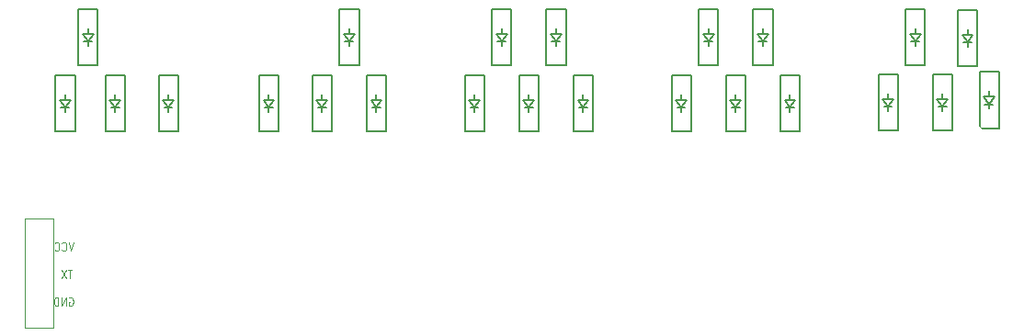
<source format=gbo>
G04 #@! TF.GenerationSoftware,KiCad,Pcbnew,(5.1.2)-2*
G04 #@! TF.CreationDate,2020-05-18T12:28:55+09:00*
G04 #@! TF.ProjectId,_5x4+3______Ver1.03,f3357834-2b33-4adf-9cdc-fcc95f566572,rev?*
G04 #@! TF.SameCoordinates,Original*
G04 #@! TF.FileFunction,Legend,Bot*
G04 #@! TF.FilePolarity,Positive*
%FSLAX46Y46*%
G04 Gerber Fmt 4.6, Leading zero omitted, Abs format (unit mm)*
G04 Created by KiCad (PCBNEW (5.1.2)-2) date 2020-05-18 12:28:55*
%MOMM*%
%LPD*%
G04 APERTURE LIST*
%ADD10C,0.125000*%
%ADD11C,0.120000*%
%ADD12C,0.200000*%
%ADD13C,0.150000*%
%ADD14R,1.800000X1.800000*%
%ADD15C,1.900000*%
%ADD16C,2.700000*%
%ADD17C,2.100000*%
%ADD18C,4.200000*%
%ADD19O,1.639000X2.000000*%
%ADD20O,2.000000X1.639000*%
%ADD21R,1.400000X1.400000*%
%ADD22C,1.800000*%
%ADD23C,2.400000*%
%ADD24C,1.400000*%
%ADD25O,2.500000X1.700000*%
%ADD26C,2.000000*%
G04 APERTURE END LIST*
D10*
X5693333Y41010714D02*
X5470000Y40260714D01*
X5246666Y41010714D01*
X4640476Y40332142D02*
X4672380Y40296428D01*
X4768095Y40260714D01*
X4831904Y40260714D01*
X4927619Y40296428D01*
X4991428Y40367857D01*
X5023333Y40439285D01*
X5055238Y40582142D01*
X5055238Y40689285D01*
X5023333Y40832142D01*
X4991428Y40903571D01*
X4927619Y40975000D01*
X4831904Y41010714D01*
X4768095Y41010714D01*
X4672380Y40975000D01*
X4640476Y40939285D01*
X3970476Y40332142D02*
X4002380Y40296428D01*
X4098095Y40260714D01*
X4161904Y40260714D01*
X4257619Y40296428D01*
X4321428Y40367857D01*
X4353333Y40439285D01*
X4385238Y40582142D01*
X4385238Y40689285D01*
X4353333Y40832142D01*
X4321428Y40903571D01*
X4257619Y40975000D01*
X4161904Y41010714D01*
X4098095Y41010714D01*
X4002380Y40975000D01*
X3970476Y40939285D01*
X5565714Y38470714D02*
X5182857Y38470714D01*
X5374285Y37720714D02*
X5374285Y38470714D01*
X5023333Y38470714D02*
X4576666Y37720714D01*
X4576666Y38470714D02*
X5023333Y37720714D01*
X5310476Y35895000D02*
X5374285Y35930714D01*
X5470000Y35930714D01*
X5565714Y35895000D01*
X5629523Y35823571D01*
X5661428Y35752142D01*
X5693333Y35609285D01*
X5693333Y35502142D01*
X5661428Y35359285D01*
X5629523Y35287857D01*
X5565714Y35216428D01*
X5470000Y35180714D01*
X5406190Y35180714D01*
X5310476Y35216428D01*
X5278571Y35252142D01*
X5278571Y35502142D01*
X5406190Y35502142D01*
X4991428Y35180714D02*
X4991428Y35930714D01*
X4608571Y35180714D01*
X4608571Y35930714D01*
X4289523Y35180714D02*
X4289523Y35930714D01*
X4130000Y35930714D01*
X4034285Y35895000D01*
X3970476Y35823571D01*
X3938571Y35752142D01*
X3906666Y35609285D01*
X3906666Y35502142D01*
X3938571Y35359285D01*
X3970476Y35287857D01*
X4034285Y35216428D01*
X4130000Y35180714D01*
X4289523Y35180714D01*
D11*
X1240000Y43220000D02*
X3840000Y43220000D01*
X1240000Y33180000D02*
X1240000Y43220000D01*
X3840000Y33180000D02*
X1240000Y33180000D01*
X3840000Y43220000D02*
X3840000Y33180000D01*
D12*
X90947500Y56750000D02*
X90947500Y51550000D01*
X90947500Y51550000D02*
X89147500Y51550000D01*
X89147500Y56750000D02*
X89147500Y51550000D01*
X90947500Y56750000D02*
X89147500Y56750000D01*
X90047500Y53750000D02*
X90547500Y54450000D01*
X90547500Y54450000D02*
X89547500Y54450000D01*
X89547500Y54450000D02*
X90047500Y53750000D01*
X90397500Y53750000D02*
X89647500Y53750000D01*
X90047500Y53850000D02*
X90047500Y53350000D01*
X90047500Y54450000D02*
X90047500Y54950000D01*
X88947500Y62450000D02*
X88947500Y57250000D01*
X88947500Y57250000D02*
X87147500Y57250000D01*
X87147500Y62450000D02*
X87147500Y57250000D01*
X88947500Y62450000D02*
X87147500Y62450000D01*
X88047500Y59450000D02*
X88547500Y60150000D01*
X88547500Y60150000D02*
X87547500Y60150000D01*
X87547500Y60150000D02*
X88047500Y59450000D01*
X88397500Y59450000D02*
X87647500Y59450000D01*
X88047500Y59550000D02*
X88047500Y59050000D01*
X88047500Y60150000D02*
X88047500Y60650000D01*
X84147500Y62550000D02*
X84147500Y57350000D01*
X84147500Y57350000D02*
X82347500Y57350000D01*
X82347500Y62550000D02*
X82347500Y57350000D01*
X84147500Y62550000D02*
X82347500Y62550000D01*
X83247500Y59550000D02*
X83747500Y60250000D01*
X83747500Y60250000D02*
X82747500Y60250000D01*
X82747500Y60250000D02*
X83247500Y59550000D01*
X83597500Y59550000D02*
X82847500Y59550000D01*
X83247500Y59650000D02*
X83247500Y59150000D01*
X83247500Y60250000D02*
X83247500Y60750000D01*
X86647500Y56550000D02*
X86647500Y51350000D01*
X86647500Y51350000D02*
X84847500Y51350000D01*
X84847500Y56550000D02*
X84847500Y51350000D01*
X86647500Y56550000D02*
X84847500Y56550000D01*
X85747500Y53550000D02*
X86247500Y54250000D01*
X86247500Y54250000D02*
X85247500Y54250000D01*
X85247500Y54250000D02*
X85747500Y53550000D01*
X86097500Y53550000D02*
X85347500Y53550000D01*
X85747500Y53650000D02*
X85747500Y53150000D01*
X85747500Y54250000D02*
X85747500Y54750000D01*
X81647500Y56550000D02*
X81647500Y51350000D01*
X81647500Y51350000D02*
X79847500Y51350000D01*
X79847500Y56550000D02*
X79847500Y51350000D01*
X81647500Y56550000D02*
X79847500Y56550000D01*
X80747500Y53550000D02*
X81247500Y54250000D01*
X81247500Y54250000D02*
X80247500Y54250000D01*
X80247500Y54250000D02*
X80747500Y53550000D01*
X81097500Y53550000D02*
X80347500Y53550000D01*
X80747500Y53650000D02*
X80747500Y53150000D01*
X80747500Y54250000D02*
X80747500Y54750000D01*
X70097500Y62550000D02*
X70097500Y57350000D01*
X70097500Y57350000D02*
X68297500Y57350000D01*
X68297500Y62550000D02*
X68297500Y57350000D01*
X70097500Y62550000D02*
X68297500Y62550000D01*
X69197500Y59550000D02*
X69697500Y60250000D01*
X69697500Y60250000D02*
X68697500Y60250000D01*
X68697500Y60250000D02*
X69197500Y59550000D01*
X69547500Y59550000D02*
X68797500Y59550000D01*
X69197500Y59650000D02*
X69197500Y59150000D01*
X69197500Y60250000D02*
X69197500Y60750000D01*
X65097500Y62550000D02*
X65097500Y57350000D01*
X65097500Y57350000D02*
X63297500Y57350000D01*
X63297500Y62550000D02*
X63297500Y57350000D01*
X65097500Y62550000D02*
X63297500Y62550000D01*
X64197500Y59550000D02*
X64697500Y60250000D01*
X64697500Y60250000D02*
X63697500Y60250000D01*
X63697500Y60250000D02*
X64197500Y59550000D01*
X64547500Y59550000D02*
X63797500Y59550000D01*
X64197500Y59650000D02*
X64197500Y59150000D01*
X64197500Y60250000D02*
X64197500Y60750000D01*
X72597500Y56450000D02*
X72597500Y51250000D01*
X72597500Y51250000D02*
X70797500Y51250000D01*
X70797500Y56450000D02*
X70797500Y51250000D01*
X72597500Y56450000D02*
X70797500Y56450000D01*
X71697500Y53450000D02*
X72197500Y54150000D01*
X72197500Y54150000D02*
X71197500Y54150000D01*
X71197500Y54150000D02*
X71697500Y53450000D01*
X72047500Y53450000D02*
X71297500Y53450000D01*
X71697500Y53550000D02*
X71697500Y53050000D01*
X71697500Y54150000D02*
X71697500Y54650000D01*
X67597500Y56450000D02*
X67597500Y51250000D01*
X67597500Y51250000D02*
X65797500Y51250000D01*
X65797500Y56450000D02*
X65797500Y51250000D01*
X67597500Y56450000D02*
X65797500Y56450000D01*
X66697500Y53450000D02*
X67197500Y54150000D01*
X67197500Y54150000D02*
X66197500Y54150000D01*
X66197500Y54150000D02*
X66697500Y53450000D01*
X67047500Y53450000D02*
X66297500Y53450000D01*
X66697500Y53550000D02*
X66697500Y53050000D01*
X66697500Y54150000D02*
X66697500Y54650000D01*
X62597500Y56450000D02*
X62597500Y51250000D01*
X62597500Y51250000D02*
X60797500Y51250000D01*
X60797500Y56450000D02*
X60797500Y51250000D01*
X62597500Y56450000D02*
X60797500Y56450000D01*
X61697500Y53450000D02*
X62197500Y54150000D01*
X62197500Y54150000D02*
X61197500Y54150000D01*
X61197500Y54150000D02*
X61697500Y53450000D01*
X62047500Y53450000D02*
X61297500Y53450000D01*
X61697500Y53550000D02*
X61697500Y53050000D01*
X61697500Y54150000D02*
X61697500Y54650000D01*
X51047500Y62550000D02*
X51047500Y57350000D01*
X51047500Y57350000D02*
X49247500Y57350000D01*
X49247500Y62550000D02*
X49247500Y57350000D01*
X51047500Y62550000D02*
X49247500Y62550000D01*
X50147500Y59550000D02*
X50647500Y60250000D01*
X50647500Y60250000D02*
X49647500Y60250000D01*
X49647500Y60250000D02*
X50147500Y59550000D01*
X50497500Y59550000D02*
X49747500Y59550000D01*
X50147500Y59650000D02*
X50147500Y59150000D01*
X50147500Y60250000D02*
X50147500Y60750000D01*
X46047500Y62550000D02*
X46047500Y57350000D01*
X46047500Y57350000D02*
X44247500Y57350000D01*
X44247500Y62550000D02*
X44247500Y57350000D01*
X46047500Y62550000D02*
X44247500Y62550000D01*
X45147500Y59550000D02*
X45647500Y60250000D01*
X45647500Y60250000D02*
X44647500Y60250000D01*
X44647500Y60250000D02*
X45147500Y59550000D01*
X45497500Y59550000D02*
X44747500Y59550000D01*
X45147500Y59650000D02*
X45147500Y59150000D01*
X45147500Y60250000D02*
X45147500Y60750000D01*
X53547500Y56450000D02*
X53547500Y51250000D01*
X53547500Y51250000D02*
X51747500Y51250000D01*
X51747500Y56450000D02*
X51747500Y51250000D01*
X53547500Y56450000D02*
X51747500Y56450000D01*
X52647500Y53450000D02*
X53147500Y54150000D01*
X53147500Y54150000D02*
X52147500Y54150000D01*
X52147500Y54150000D02*
X52647500Y53450000D01*
X52997500Y53450000D02*
X52247500Y53450000D01*
X52647500Y53550000D02*
X52647500Y53050000D01*
X52647500Y54150000D02*
X52647500Y54650000D01*
X48547500Y56450000D02*
X48547500Y51250000D01*
X48547500Y51250000D02*
X46747500Y51250000D01*
X46747500Y56450000D02*
X46747500Y51250000D01*
X48547500Y56450000D02*
X46747500Y56450000D01*
X47647500Y53450000D02*
X48147500Y54150000D01*
X48147500Y54150000D02*
X47147500Y54150000D01*
X47147500Y54150000D02*
X47647500Y53450000D01*
X47997500Y53450000D02*
X47247500Y53450000D01*
X47647500Y53550000D02*
X47647500Y53050000D01*
X47647500Y54150000D02*
X47647500Y54650000D01*
X43547500Y56450000D02*
X43547500Y51250000D01*
X43547500Y51250000D02*
X41747500Y51250000D01*
X41747500Y56450000D02*
X41747500Y51250000D01*
X43547500Y56450000D02*
X41747500Y56450000D01*
X42647500Y53450000D02*
X43147500Y54150000D01*
X43147500Y54150000D02*
X42147500Y54150000D01*
X42147500Y54150000D02*
X42647500Y53450000D01*
X42997500Y53450000D02*
X42247500Y53450000D01*
X42647500Y53550000D02*
X42647500Y53050000D01*
X42647500Y54150000D02*
X42647500Y54650000D01*
X31997500Y62550000D02*
X31997500Y57350000D01*
X31997500Y57350000D02*
X30197500Y57350000D01*
X30197500Y62550000D02*
X30197500Y57350000D01*
X31997500Y62550000D02*
X30197500Y62550000D01*
X31097500Y59550000D02*
X31597500Y60250000D01*
X31597500Y60250000D02*
X30597500Y60250000D01*
X30597500Y60250000D02*
X31097500Y59550000D01*
X31447500Y59550000D02*
X30697500Y59550000D01*
X31097500Y59650000D02*
X31097500Y59150000D01*
X31097500Y60250000D02*
X31097500Y60750000D01*
X34497500Y56450000D02*
X34497500Y51250000D01*
X34497500Y51250000D02*
X32697500Y51250000D01*
X32697500Y56450000D02*
X32697500Y51250000D01*
X34497500Y56450000D02*
X32697500Y56450000D01*
X33597500Y53450000D02*
X34097500Y54150000D01*
X34097500Y54150000D02*
X33097500Y54150000D01*
X33097500Y54150000D02*
X33597500Y53450000D01*
X33947500Y53450000D02*
X33197500Y53450000D01*
X33597500Y53550000D02*
X33597500Y53050000D01*
X33597500Y54150000D02*
X33597500Y54650000D01*
X29497500Y56450000D02*
X29497500Y51250000D01*
X29497500Y51250000D02*
X27697500Y51250000D01*
X27697500Y56450000D02*
X27697500Y51250000D01*
X29497500Y56450000D02*
X27697500Y56450000D01*
X28597500Y53450000D02*
X29097500Y54150000D01*
X29097500Y54150000D02*
X28097500Y54150000D01*
X28097500Y54150000D02*
X28597500Y53450000D01*
X28947500Y53450000D02*
X28197500Y53450000D01*
X28597500Y53550000D02*
X28597500Y53050000D01*
X28597500Y54150000D02*
X28597500Y54650000D01*
X24597500Y56450000D02*
X24597500Y51250000D01*
X24597500Y51250000D02*
X22797500Y51250000D01*
X22797500Y56450000D02*
X22797500Y51250000D01*
X24597500Y56450000D02*
X22797500Y56450000D01*
X23697500Y53450000D02*
X24197500Y54150000D01*
X24197500Y54150000D02*
X23197500Y54150000D01*
X23197500Y54150000D02*
X23697500Y53450000D01*
X24047500Y53450000D02*
X23297500Y53450000D01*
X23697500Y53550000D02*
X23697500Y53050000D01*
X23697500Y54150000D02*
X23697500Y54650000D01*
X7947500Y62550000D02*
X7947500Y57350000D01*
X7947500Y57350000D02*
X6147500Y57350000D01*
X6147500Y62550000D02*
X6147500Y57350000D01*
X7947500Y62550000D02*
X6147500Y62550000D01*
X7047500Y59550000D02*
X7547500Y60250000D01*
X7547500Y60250000D02*
X6547500Y60250000D01*
X6547500Y60250000D02*
X7047500Y59550000D01*
X7397500Y59550000D02*
X6647500Y59550000D01*
X7047500Y59650000D02*
X7047500Y59150000D01*
X7047500Y60250000D02*
X7047500Y60750000D01*
X15347500Y56450000D02*
X15347500Y51250000D01*
X15347500Y51250000D02*
X13547500Y51250000D01*
X13547500Y56450000D02*
X13547500Y51250000D01*
X15347500Y56450000D02*
X13547500Y56450000D01*
X14447500Y53450000D02*
X14947500Y54150000D01*
X14947500Y54150000D02*
X13947500Y54150000D01*
X13947500Y54150000D02*
X14447500Y53450000D01*
X14797500Y53450000D02*
X14047500Y53450000D01*
X14447500Y53550000D02*
X14447500Y53050000D01*
X14447500Y54150000D02*
X14447500Y54650000D01*
X10447500Y56450000D02*
X10447500Y51250000D01*
X10447500Y51250000D02*
X8647500Y51250000D01*
X8647500Y56450000D02*
X8647500Y51250000D01*
X10447500Y56450000D02*
X8647500Y56450000D01*
X9547500Y53450000D02*
X10047500Y54150000D01*
X10047500Y54150000D02*
X9047500Y54150000D01*
X9047500Y54150000D02*
X9547500Y53450000D01*
X9897500Y53450000D02*
X9147500Y53450000D01*
X9547500Y53550000D02*
X9547500Y53050000D01*
X9547500Y54150000D02*
X9547500Y54650000D01*
X5847500Y56450000D02*
X5847500Y51250000D01*
X5847500Y51250000D02*
X4047500Y51250000D01*
X4047500Y56450000D02*
X4047500Y51250000D01*
X5847500Y56450000D02*
X4047500Y56450000D01*
X4947500Y53450000D02*
X5447500Y54150000D01*
X5447500Y54150000D02*
X4447500Y54150000D01*
X4447500Y54150000D02*
X4947500Y53450000D01*
X5297500Y53450000D02*
X4547500Y53450000D01*
X4947500Y53550000D02*
X4947500Y53050000D01*
X4947500Y54150000D02*
X4947500Y54650000D01*
D13*
%LPC*%
D14*
X2540000Y35660000D03*
X2540000Y40740000D03*
X2540000Y38200000D03*
D15*
X14580000Y64650000D03*
X4420000Y64650000D03*
D16*
X5690000Y67190000D03*
X12040000Y69730000D03*
D17*
X15000000Y64650000D03*
X4000000Y64650000D03*
D18*
X9500000Y64650000D03*
D15*
X90780000Y64650000D03*
X80620000Y64650000D03*
D16*
X81890000Y67190000D03*
X88240000Y69730000D03*
D17*
X91200000Y64650000D03*
X80200000Y64650000D03*
D18*
X85700000Y64650000D03*
D15*
X52680000Y64650000D03*
X42520000Y64650000D03*
D16*
X43790000Y67190000D03*
X50140000Y69730000D03*
D17*
X53100000Y64650000D03*
X42100000Y64650000D03*
D18*
X47600000Y64650000D03*
D15*
X90780000Y83700000D03*
X80620000Y83700000D03*
D16*
X81890000Y86240000D03*
X88240000Y88780000D03*
D17*
X91200000Y83700000D03*
X80200000Y83700000D03*
D18*
X85700000Y83700000D03*
D15*
X33630000Y64650000D03*
X23470000Y64650000D03*
D16*
X24740000Y67190000D03*
X31090000Y69730000D03*
D17*
X34050000Y64650000D03*
X23050000Y64650000D03*
D18*
X28550000Y64650000D03*
D15*
X71730000Y64650000D03*
X61570000Y64650000D03*
D16*
X62840000Y67190000D03*
X69190000Y69730000D03*
D17*
X72150000Y64650000D03*
X61150000Y64650000D03*
D18*
X66650000Y64650000D03*
D15*
X90780000Y45600000D03*
X80620000Y45600000D03*
D16*
X81890000Y48140000D03*
X88240000Y50680000D03*
D17*
X91200000Y45600000D03*
X80200000Y45600000D03*
D18*
X85700000Y45600000D03*
D15*
X90780000Y26550000D03*
X80620000Y26550000D03*
D16*
X81890000Y29090000D03*
X88240000Y31630000D03*
D17*
X91200000Y26550000D03*
X80200000Y26550000D03*
D18*
X85700000Y26550000D03*
D15*
X90780000Y7500000D03*
X80620000Y7500000D03*
D16*
X81890000Y10040000D03*
X88240000Y12580000D03*
D17*
X91200000Y7500000D03*
X80200000Y7500000D03*
D18*
X85700000Y7500000D03*
D15*
X71730000Y83700000D03*
X61570000Y83700000D03*
D16*
X62840000Y86240000D03*
X69190000Y88780000D03*
D17*
X72150000Y83700000D03*
X61150000Y83700000D03*
D18*
X66650000Y83700000D03*
D15*
X71730000Y45600000D03*
X61570000Y45600000D03*
D16*
X62840000Y48140000D03*
X69190000Y50680000D03*
D17*
X72150000Y45600000D03*
X61150000Y45600000D03*
D18*
X66650000Y45600000D03*
D15*
X71730000Y26550000D03*
X61570000Y26550000D03*
D16*
X62840000Y29090000D03*
X69190000Y31630000D03*
D17*
X72150000Y26550000D03*
X61150000Y26550000D03*
D18*
X66650000Y26550000D03*
D15*
X71730000Y7500000D03*
X61570000Y7500000D03*
D16*
X62840000Y10040000D03*
X69190000Y12580000D03*
D17*
X72150000Y7500000D03*
X61150000Y7500000D03*
D18*
X66650000Y7500000D03*
D15*
X52680000Y83700000D03*
X42520000Y83700000D03*
D16*
X43790000Y86240000D03*
X50140000Y88780000D03*
D17*
X53100000Y83700000D03*
X42100000Y83700000D03*
D18*
X47600000Y83700000D03*
D15*
X52680000Y45600000D03*
X42520000Y45600000D03*
D16*
X43790000Y48140000D03*
X50140000Y50680000D03*
D17*
X53100000Y45600000D03*
X42100000Y45600000D03*
D18*
X47600000Y45600000D03*
D15*
X52680000Y26550000D03*
X42520000Y26550000D03*
D16*
X43790000Y29090000D03*
X50140000Y31630000D03*
D17*
X53100000Y26550000D03*
X42100000Y26550000D03*
D18*
X47600000Y26550000D03*
D15*
X52680000Y7500000D03*
X42520000Y7500000D03*
D16*
X43790000Y10040000D03*
X50140000Y12580000D03*
D17*
X53100000Y7500000D03*
X42100000Y7500000D03*
D18*
X47600000Y7500000D03*
D15*
X33630000Y45600000D03*
X23470000Y45600000D03*
D16*
X24740000Y48140000D03*
X31090000Y50680000D03*
D17*
X34050000Y45600000D03*
X23050000Y45600000D03*
D18*
X28550000Y45600000D03*
D15*
X33630000Y26550000D03*
X23470000Y26550000D03*
D16*
X24740000Y29090000D03*
X31090000Y31630000D03*
D17*
X34050000Y26550000D03*
X23050000Y26550000D03*
D18*
X28550000Y26550000D03*
D15*
X33630000Y7500000D03*
X23470000Y7500000D03*
D16*
X24740000Y10040000D03*
X31090000Y12580000D03*
D17*
X34050000Y7500000D03*
X23050000Y7500000D03*
D18*
X28550000Y7500000D03*
D15*
X14580000Y45600000D03*
X4420000Y45600000D03*
D16*
X5690000Y48140000D03*
X12040000Y50680000D03*
D17*
X15000000Y45600000D03*
X4000000Y45600000D03*
D18*
X9500000Y45600000D03*
D15*
X14580000Y26550000D03*
X4420000Y26550000D03*
D16*
X5690000Y29090000D03*
X12040000Y31630000D03*
D17*
X15000000Y26550000D03*
X4000000Y26550000D03*
D18*
X9500000Y26550000D03*
D15*
X14580000Y7500000D03*
X4420000Y7500000D03*
D16*
X5690000Y10040000D03*
X12040000Y12580000D03*
D17*
X15000000Y7500000D03*
X4000000Y7500000D03*
D18*
X9500000Y7500000D03*
D17*
X93980000Y73540000D03*
X93980000Y71000000D03*
X93980000Y68460000D03*
X93980000Y65920000D03*
X93980000Y63380000D03*
X93980000Y60840000D03*
X93980000Y58300000D03*
X93980000Y55760000D03*
D19*
X33087000Y75741400D03*
X30547000Y75741400D03*
X28007000Y75741400D03*
X25467000Y75741400D03*
X22927000Y75741400D03*
X20387000Y75741400D03*
X17847000Y75741400D03*
X15307000Y75741400D03*
X12767000Y75741400D03*
X10227000Y75741400D03*
X7687000Y75741400D03*
X33087000Y90961400D03*
X30547000Y90961400D03*
X28007000Y90961400D03*
X25467000Y90961400D03*
X22927000Y90961400D03*
X20387000Y90961400D03*
X17847000Y90961400D03*
X15307000Y90961400D03*
X12767000Y90961400D03*
X10227000Y90961400D03*
X7687000Y90961400D03*
X5147000Y90961400D03*
X5147000Y75741400D03*
D20*
X36250000Y79400000D03*
X36250000Y81940000D03*
X36250000Y84480000D03*
X36250000Y87020000D03*
D21*
X90047500Y52375000D03*
X90047500Y55925000D03*
X88047500Y58075000D03*
X88047500Y61625000D03*
X83247500Y58175000D03*
X83247500Y61725000D03*
X85747500Y52175000D03*
X85747500Y55725000D03*
X80747500Y52175000D03*
X80747500Y55725000D03*
X69197500Y58175000D03*
X69197500Y61725000D03*
X64197500Y58175000D03*
X64197500Y61725000D03*
X71697500Y52075000D03*
X71697500Y55625000D03*
X66697500Y52075000D03*
X66697500Y55625000D03*
X61697500Y52075000D03*
X61697500Y55625000D03*
X50147500Y58175000D03*
X50147500Y61725000D03*
X45147500Y58175000D03*
X45147500Y61725000D03*
X52647500Y52075000D03*
X52647500Y55625000D03*
X47647500Y52075000D03*
X47647500Y55625000D03*
X42647500Y52075000D03*
X42647500Y55625000D03*
X31097500Y58175000D03*
X31097500Y61725000D03*
X33597500Y52075000D03*
X33597500Y55625000D03*
X28597500Y52075000D03*
X28597500Y55625000D03*
X23697500Y52075000D03*
X23697500Y55625000D03*
X7047500Y58175000D03*
X7047500Y61725000D03*
X14447500Y52075000D03*
X14447500Y55625000D03*
X9547500Y52075000D03*
X9547500Y55625000D03*
X4947500Y52075000D03*
X4947500Y55625000D03*
D22*
X18820000Y85250000D03*
X18820000Y82710000D03*
X18820000Y80170000D03*
X16280000Y82710000D03*
X16280000Y85250000D03*
X16280000Y87790000D03*
D23*
X1600000Y87500000D03*
X8100000Y87500000D03*
D24*
X2850000Y82450000D03*
X9850000Y82450000D03*
D25*
X4650000Y84550000D03*
X7650000Y84550000D03*
X11650000Y84550000D03*
X13150000Y80350000D03*
D26*
X26250000Y87440000D03*
X26250000Y79820000D03*
X23450000Y79820000D03*
X23450000Y87440000D03*
M02*

</source>
